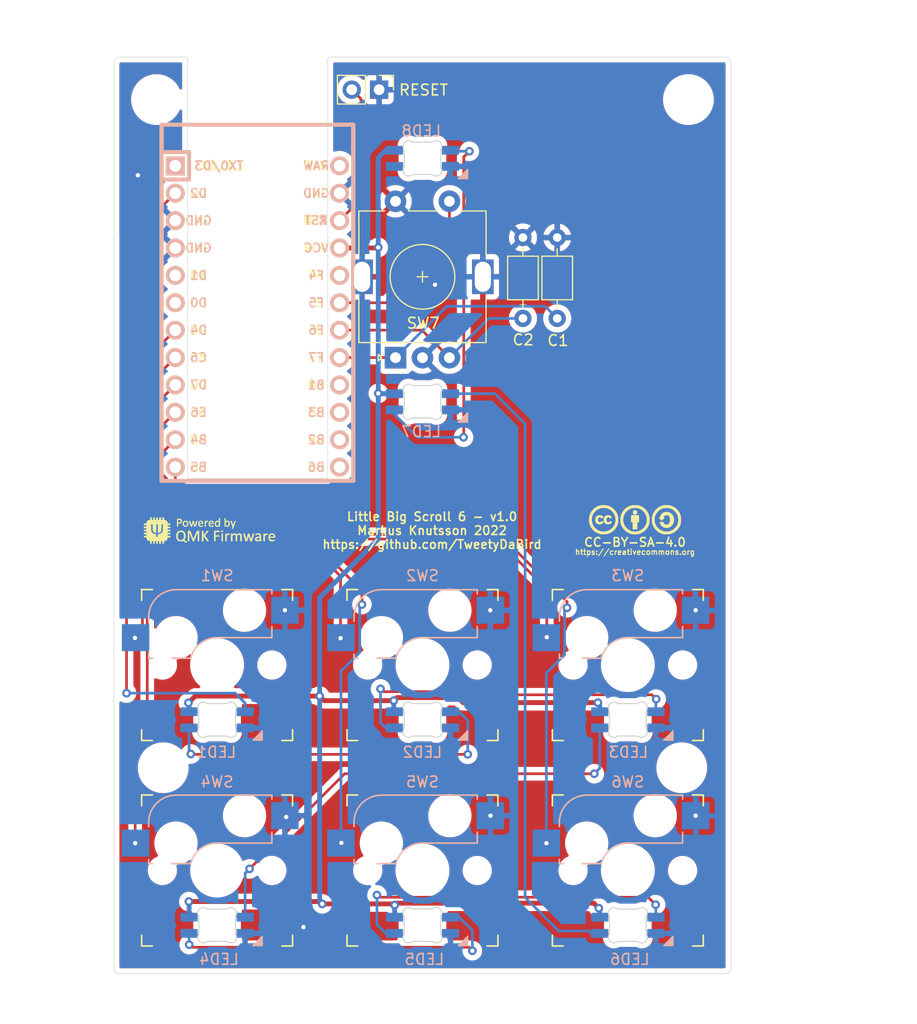
<source format=kicad_pcb>
(kicad_pcb (version 20211014) (generator pcbnew)
  (title_block (title "Little Big Scroll 6") (date "2022-01-28") (rev "v1.0") (company "Tweety's Wild Thinking") (comment 1 "Markus Knutsson <markus.knutsson@tweety.se>") (comment 2 "https://github.com/TweetyDaBird") (comment 3 "Licensed under Creative Commons BY-SA 4.0 International "))
  (layers (0 "F.Cu" signal) (31 "B.Cu" signal) (34 "B.Paste" user) (35 "F.Paste" user) (36 "B.SilkS" user "B.Silkscreen") (37 "F.SilkS" user "F.Silkscreen") (38 "B.Mask" user) (39 "F.Mask" user) (44 "Edge.Cuts" user))
  (net 0 "")
  (net 1 "EncB")
  (net 2 "GND")
  (net 3 "VCC")
  (net 4 "EncA")
  (net 5 "RGB")
  (net 6 "Net-(LED1-Pad2)")
  (net 7 "Net-(LED2-Pad2)")
  (net 8 "Net-(LED3-Pad2)")
  (net 9 "Net-(LED4-Pad2)")
  (net 10 "Net-(LED5-Pad2)")
  (net 11 "Net-(LED6-Pad2)")
  (net 12 "Net-(LED7-Pad2)")
  (net 13 "Key1")
  (net 14 "Key2")
  (net 15 "Key3")
  (net 16 "Key4")
  (net 17 "Key5")
  (net 18 "Key6")
  (net 19 "EncKey")
  (net 30 "Net-(J1-Pad2)")
  (footprint "Keebio-Parts:ArduinoProMicro" (layer "F.Cu") (at 94.96 70.84 -90)
    (fp_text reference "U1" hide)
    (fp_text value "ProMicro" hide)
  )
  (footprint "keyswitches:Kailh_socket_MX_RGB" (layer "F.Cu") (at 91.22 103.16)
    (fp_text reference "SW1")
    (fp_text value "SW_Push" hide)
  )
  (footprint "keyswitches:Kailh_socket_MX_RGB" (layer "F.Cu") (at 110.27 103.16)
    (fp_text reference "SW2")
    (fp_text value "SW_Push" hide)
  )
  (footprint "keyswitches:Kailh_socket_MX_RGB" (layer "F.Cu") (at 129.32 103.16)
    (fp_text reference "SW3")
    (fp_text value "SW_Push" hide)
  )
  (footprint "keyswitches:Kailh_socket_MX_RGB" (layer "F.Cu") (at 91.22 122.21)
    (fp_text reference "SW4")
    (fp_text value "SW_Push" hide)
  )
  (footprint "keyswitches:Kailh_socket_MX_RGB" (layer "F.Cu") (at 110.27 122.21)
    (fp_text reference "SW5")
    (fp_text value "SW_Push" hide)
  )
  (footprint "keyswitches:Kailh_socket_MX_RGB" (layer "F.Cu") (at 129.32 122.21)
    (fp_text reference "SW6")
    (fp_text value "SW_Push" hide)
  )
  (footprint "Keyboard Library:RotaryEncoder_Alps_EC11E-Switch_Vertical_H20mm" (layer "F.Cu") (at 110.27 67.16 90)
    (fp_text reference "SW7")
    (fp_text value "Rotary_Encoder_Switch")
  )
  (footprint "kicad-keyboard-parts:MX_SK6812MINI-E" (layer "F.Cu") (at 91.22 103.16)
    (fp_text reference "LED1")
    (fp_text value "SK6812MINI-E")
    (fp_line (start -1.699999 5.782841) (end -1.699999 4.377157) (layer "Edge.Cuts") (width 0.1))
    (fp_line (start -0.794452 3.58) (end 0.794453 3.58) (layer "Edge.Cuts") (width 0.1))
    (fp_line (start 0.794452 6.579999) (end -0.794452 6.579999) (layer "Edge.Cuts") (width 0.1))
    (fp_line (start 1.699999 4.377157) (end 1.699999 5.782841) (layer "Edge.Cuts") (width 0.1))
    (fp_arc (start 1.699999 4.377156) (mid 1.712527 4.265931) (end 1.749484 4.160279) (layer "Edge.Cuts") (width 0.1))
    (fp_arc (start 1.749484 5.999718) (mid 1.638072 6.584034) (end 1.046711 6.648298) (layer "Edge.Cuts") (width 0.1))
    (fp_arc (start -1.749484 4.160279) (mid -1.712527 4.265931) (end -1.699999 4.377157) (layer "Edge.Cuts") (width 0.1))
    (fp_arc (start -1.04671 6.648298) (mid -0.925122 6.597376) (end -0.794452 6.579999) (layer "Edge.Cuts") (width 0.1))
    (fp_arc (start 1.046711 3.511701) (mid 0.925123 3.562623) (end 0.794453 3.58) (layer "Edge.Cuts") (width 0.1))
    (fp_arc (start -1.046711 6.648296) (mid -1.63807 6.584033) (end -1.749484 5.999719) (layer "Edge.Cuts") (width 0.1))
    (fp_arc (start 1.046711 3.511701) (mid 1.638071 3.575965) (end 1.749484 4.160279) (layer "Edge.Cuts") (width 0.1))
    (fp_arc (start -0.794453 3.579999) (mid -0.925123 3.562622) (end -1.046711 3.5117) (layer "Edge.Cuts") (width 0.1))
    (fp_arc (start 1.749484 5.999719) (mid 1.712527 5.894067) (end 1.699999 5.782841) (layer "Edge.Cuts") (width 0.1))
    (fp_arc (start -1.749484 4.160279) (mid -1.638071 3.575964) (end -1.046711 3.5117) (layer "Edge.Cuts") (width 0.1))
    (fp_arc (start -1.699999 5.782842) (mid -1.712527 5.894067) (end -1.749484 5.999719) (layer "Edge.Cuts") (width 0.1))
    (fp_arc (start 0.794452 6.579999) (mid 0.925123 6.597376) (end 1.046711 6.648298) (layer "Edge.Cuts") (width 0.1))
  )
  (footprint "kicad-keyboard-parts:MX_SK6812MINI-E" (layer "F.Cu") (at 110.27 103.16)
    (fp_text reference "LED2")
    (fp_text value "SK6812MINI-E")
    (fp_line (start 1.699999 4.377157) (end 1.699999 5.782841) (layer "Edge.Cuts") (width 0.1))
    (fp_line (start 0.794452 6.579999) (end -0.794452 6.579999) (layer "Edge.Cuts") (width 0.1))
    (fp_line (start -0.794452 3.58) (end 0.794453 3.58) (layer "Edge.Cuts") (width 0.1))
    (fp_line (start -1.699999 5.782841) (end -1.699999 4.377157) (layer "Edge.Cuts") (width 0.1))
    (fp_arc (start 1.046711 3.511701) (mid 0.925123 3.562623) (end 0.794453 3.58) (layer "Edge.Cuts") (width 0.1))
    (fp_arc (start 1.749484 5.999718) (mid 1.638072 6.584034) (end 1.046711 6.648298) (layer "Edge.Cuts") (width 0.1))
    (fp_arc (start 0.794452 6.579999) (mid 0.925123 6.597376) (end 1.046711 6.648298) (layer "Edge.Cuts") (width 0.1))
    (fp_arc (start -0.794453 3.579999) (mid -0.925123 3.562622) (end -1.046711 3.5117) (layer "Edge.Cuts") (width 0.1))
    (fp_arc (start -1.749484 4.160279) (mid -1.712527 4.265931) (end -1.699999 4.377157) (layer "Edge.Cuts") (width 0.1))
    (fp_arc (start 1.699999 4.377156) (mid 1.712527 4.265931) (end 1.749484 4.160279) (layer "Edge.Cuts") (width 0.1))
    (fp_arc (start 1.749484 5.999719) (mid 1.712527 5.894067) (end 1.699999 5.782841) (layer "Edge.Cuts") (width 0.1))
    (fp_arc (start -1.04671 6.648298) (mid -0.925122 6.597376) (end -0.794452 6.579999) (layer "Edge.Cuts") (width 0.1))
    (fp_arc (start -1.046711 6.648296) (mid -1.63807 6.584033) (end -1.749484 5.999719) (layer "Edge.Cuts") (width 0.1))
    (fp_arc (start -1.699999 5.782842) (mid -1.712527 5.894067) (end -1.749484 5.999719) (layer "Edge.Cuts") (width 0.1))
    (fp_arc (start 1.046711 3.511701) (mid 1.638071 3.575965) (end 1.749484 4.160279) (layer "Edge.Cuts") (width 0.1))
    (fp_arc (start -1.749484 4.160279) (mid -1.638071 3.575964) (end -1.046711 3.5117) (layer "Edge.Cuts") (width 0.1))
  )
  (footprint "kicad-keyboard-parts:MX_SK6812MINI-E" (layer "F.Cu") (at 129.32 103.16)
    (fp_text reference "LED3")
    (fp_text value "SK6812MINI-E")
    (fp_line (start 0.794452 6.579999) (end -0.794452 6.579999) (layer "Edge.Cuts") (width 0.1))
    (fp_line (start -0.794452 3.58) (end 0.794453 3.58) (layer "Edge.Cuts") (width 0.1))
    (fp_line (start 1.699999 4.377157) (end 1.699999 5.782841) (layer "Edge.Cuts") (width 0.1))
    (fp_line (start -1.699999 5.782841) (end -1.699999 4.377157) (layer "Edge.Cuts") (width 0.1))
    (fp_arc (start -1.749484 4.160279) (mid -1.638071 3.575964) (end -1.046711 3.5117) (layer "Edge.Cuts") (width 0.1))
    (fp_arc (start -1.749484 4.160279) (mid -1.712527 4.265931) (end -1.699999 4.377157) (layer "Edge.Cuts") (width 0.1))
    (fp_arc (start -1.04671 6.648298) (mid -0.925122 6.597376) (end -0.794452 6.579999) (layer "Edge.Cuts") (width 0.1))
    (fp_arc (start 1.699999 4.377156) (mid 1.712527 4.265931) (end 1.749484 4.160279) (layer "Edge.Cuts") (width 0.1))
    (fp_arc (start 1.046711 3.511701) (mid 1.638071 3.575965) (end 1.749484 4.160279) (layer "Edge.Cuts") (width 0.1))
    (fp_arc (start 0.794452 6.579999) (mid 0.925123 6.597376) (end 1.046711 6.648298) (layer "Edge.Cuts") (width 0.1))
    (fp_arc (start 1.046711 3.511701) (mid 0.925123 3.562623) (end 0.794453 3.58) (layer "Edge.Cuts") (width 0.1))
    (fp_arc (start -1.699999 5.782842) (mid -1.712527 5.894067) (end -1.749484 5.999719) (layer "Edge.Cuts") (width 0.1))
    (fp_arc (start 1.749484 5.999718) (mid 1.638072 6.584034) (end 1.046711 6.648298) (layer "Edge.Cuts") (width 0.1))
    (fp_arc (start 1.749484 5.999719) (mid 1.712527 5.894067) (end 1.699999 5.782841) (layer "Edge.Cuts") (width 0.1))
    (fp_arc (start -0.794453 3.579999) (mid -0.925123 3.562622) (end -1.046711 3.5117) (layer "Edge.Cuts") (width 0.1))
    (fp_arc (start -1.046711 6.648296) (mid -1.63807 6.584033) (end -1.749484 5.999719) (layer "Edge.Cuts") (width 0.1))
  )
  (footprint "kicad-keyboard-parts:MX_SK6812MINI-E" (layer "F.Cu") (at 91.22 122.21)
    (fp_text reference "LED4")
    (fp_text value "SK6812MINI-E")
    (fp_line (start -0.794452 3.58) (end 0.794453 3.58) (layer "Edge.Cuts") (width 0.1))
    (fp_line (start -1.699999 5.782841) (end -1.699999 4.377157) (layer "Edge.Cuts") (width 0.1))
    (fp_line (start 1.699999 4.377157) (end 1.699999 5.782841) (layer "Edge.Cuts") (width 0.1))
    (fp_line (start 0.794452 6.579999) (end -0.794452 6.579999) (layer "Edge.Cuts") (width 0.1))
    (fp_arc (start 1.749484 5.999719) (mid 1.712527 5.894067) (end 1.699999 5.782841) (layer "Edge.Cuts") (width 0.1))
    (fp_arc (start -1.749484 4.160279) (mid -1.712527 4.265931) (end -1.699999 4.377157) (layer "Edge.Cuts") (width 0.1))
    (fp_arc (start -1.04671 6.648298) (mid -0.925122 6.597376) (end -0.794452 6.579999) (layer "Edge.Cuts") (width 0.1))
    (fp_arc (start 1.749484 5.999718) (mid 1.638072 6.584034) (end 1.046711 6.648298) (layer "Edge.Cuts") (width 0.1))
    (fp_arc (start -0.794453 3.579999) (mid -0.925123 3.562622) (end -1.046711 3.5117) (layer "Edge.Cuts") (width 0.1))
    (fp_arc (start 1.046711 3.511701) (mid 1.638071 3.575965) (end 1.749484 4.160279) (layer "Edge.Cuts") (width 0.1))
    (fp_arc (start 1.046711 3.511701) (mid 0.925123 3.562623) (end 0.794453 3.58) (layer "Edge.Cuts") (width 0.1))
    (fp_arc (start -1.699999 5.782842) (mid -1.712527 5.894067) (end -1.749484 5.999719) (layer "Edge.Cuts") (width 0.1))
    (fp_arc (start 0.794452 6.579999) (mid 0.925123 6.597376) (end 1.046711 6.648298) (layer "Edge.Cuts") (width 0.1))
    (fp_arc (start -1.749484 4.160279) (mid -1.638071 3.575964) (end -1.046711 3.5117) (layer "Edge.Cuts") (width 0.1))
    (fp_arc (start -1.046711 6.648296) (mid -1.63807 6.584033) (end -1.749484 5.999719) (layer "Edge.Cuts") (width 0.1))
    (fp_arc (start 1.699999 4.377156) (mid 1.712527 4.265931) (end 1.749484 4.160279) (layer "Edge.Cuts") (width 0.1))
  )
  (footprint "kicad-keyboard-parts:MX_SK6812MINI-E" (layer "F.Cu") (at 110.27 122.21)
    (fp_text reference "LED5")
    (fp_text value "SK6812MINI-E")
    (fp_line (start 1.699999 4.377157) (end 1.699999 5.782841) (layer "Edge.Cuts") (width 0.1))
    (fp_line (start 0.794452 6.579999) (end -0.794452 6.579999) (layer "Edge.Cuts") (width 0.1))
    (fp_line (start -0.794452 3.58) (end 0.794453 3.58) (layer "Edge.Cuts") (width 0.1))
    (fp_line (start -1.699999 5.782841) (end -1.699999 4.377157) (layer "Edge.Cuts") (width 0.1))
    (fp_arc (start 1.046711 3.511701) (mid 1.638071 3.575965) (end 1.749484 4.160279) (layer "Edge.Cuts") (width 0.1))
    (fp_arc (start 1.699999 4.377156) (mid 1.712527 4.265931) (end 1.749484 4.160279) (layer "Edge.Cuts") (width 0.1))
    (fp_arc (start -1.749484 4.160279) (mid -1.712527 4.265931) (end -1.699999 4.377157) (layer "Edge.Cuts") (width 0.1))
    (fp_arc (start -1.749484 4.160279) (mid -1.638071 3.575964) (end -1.046711 3.5117) (layer "Edge.Cuts") (width 0.1))
    (fp_arc (start 0.794452 6.579999) (mid 0.925123 6.597376) (end 1.046711 6.648298) (layer "Edge.Cuts") (width 0.1))
    (fp_arc (start -0.794453 3.579999) (mid -0.925123 3.562622) (end -1.046711 3.5117) (layer "Edge.Cuts") (width 0.1))
    (fp_arc (start 1.749484 5.999718) (mid 1.638072 6.584034) (end 1.046711 6.648298) (layer "Edge.Cuts") (width 0.1))
    (fp_arc (start 1.749484 5.999719) (mid 1.712527 5.894067) (end 1.699999 5.782841) (layer "Edge.Cuts") (width 0.1))
    (fp_arc (start -1.046711 6.648296) (mid -1.63807 6.584033) (end -1.749484 5.999719) (layer "Edge.Cuts") (width 0.1))
    (fp_arc (start 1.046711 3.511701) (mid 0.925123 3.562623) (end 0.794453 3.58) (layer "Edge.Cuts") (width 0.1))
    (fp_arc (start -1.04671 6.648298) (mid -0.925122 6.597376) (end -0.794452 6.579999) (layer "Edge.Cuts") (width 0.1))
    (fp_arc (start -1.699999 5.782842) (mid -1.712527 5.894067) (end -1.749484 5.999719) (layer "Edge.Cuts") (width 0.1))
  )
  (footprint "kicad-keyboard-parts:MX_SK6812MINI-E" (layer "F.Cu") (at 129.32 122.21)
    (fp_text reference "LED6")
    (fp_text value "SK6812MINI-E")
    (fp_line (start 1.699999 4.377157) (end 1.699999 5.782841) (layer "Edge.Cuts") (width 0.1))
    (fp_line (start -0.794452 3.58) (end 0.794453 3.58) (layer "Edge.Cuts") (width 0.1))
    (fp_line (start 0.794452 6.579999) (end -0.794452 6.579999) (layer "Edge.Cuts") (width 0.1))
    (fp_line (start -1.699999 5.782841) (end -1.699999 4.377157) (layer "Edge.Cuts") (width 0.1))
    (fp_arc (start -1.749484 4.160279) (mid -1.712527 4.265931) (end -1.699999 4.377157) (layer "Edge.Cuts") (width 0.1))
    (fp_arc (start 1.699999 4.377156) (mid 1.712527 4.265931) (end 1.749484 4.160279) (layer "Edge.Cuts") (width 0.1))
    (fp_arc (start -1.749484 4.160279) (mid -1.638071 3.575964) (end -1.046711 3.5117) (layer "Edge.Cuts") (width 0.1))
    (fp_arc (start -1.04671 6.648298) (mid -0.925122 6.597376) (end -0.794452 6.579999) (layer "Edge.Cuts") (width 0.1))
    (fp_arc (start 1.046711 3.511701) (mid 1.638071 3.575965) (end 1.749484 4.160279) (layer "Edge.Cuts") (width 0.1))
    (fp_arc (start 1.749484 5.999718) (mid 1.638072 6.584034) (end 1.046711 6.648298) (layer "Edge.Cuts") (width 0.1))
    (fp_arc (start 0.794452 6.579999) (mid 0.925123 6.597376) (end 1.046711 6.648298) (layer "Edge.Cuts") (width 0.1))
    (fp_arc (start 1.749484 5.999719) (mid 1.712527 5.894067) (end 1.699999 5.782841) (layer "Edge.Cuts") (width 0.1))
    (fp_arc (start -1.046711 6.648296) (mid -1.63807 6.584033) (end -1.749484 5.999719) (layer "Edge.Cuts") (width 0.1))
    (fp_arc (start 1.046711 3.511701) (mid 0.925123 3.562623) (end 0.794453 3.58) (layer "Edge.Cuts") (width 0.1))
    (fp_arc (start -1.699999 5.782842) (mid -1.712527 5.894067) (end -1.749484 5.999719) (layer "Edge.Cuts") (width 0.1))
    (fp_arc (start -0.794453 3.579999) (mid -0.925123 3.562622) (end -1.046711 3.5117) (layer "Edge.Cuts") (width 0.1))
  )
  (footprint "kicad-keyboard-parts:MX_SK6812MINI-E" (layer "F.Cu") (at 110.27 51.095)
    (fp_text reference "LED8")
    (fp_text value "SK6812MINI-E")
    (fp_line (start 1.699999 4.377157) (end 1.699999 5.782841) (layer "Edge.Cuts") (width 0.1))
    (fp_line (start -1.699999 5.782841) (end -1.699999 4.377157) (layer "Edge.Cuts") (width 0.1))
    (fp_line (start -0.794452 3.58) (end 0.794453 3.58) (layer "Edge.Cuts") (width 0.1))
    (fp_line (start 0.794452 6.579999) (end -0.794452 6.579999) (layer "Edge.Cuts") (width 0.1))
    (fp_arc (start 1.699999 4.377156) (mid 1.712527 4.265931) (end 1.749484 4.160279) (layer "Edge.Cuts") (width 0.1))
    (fp_arc (start -1.749484 4.160279) (mid -1.638071 3.575964) (end -1.046711 3.5117) (layer "Edge.Cuts") (width 0.1))
    (fp_arc (start -1.046711 6.648296) (mid -1.63807 6.584033) (end -1.749484 5.999719) (layer "Edge.Cuts") (width 0.1))
    (fp_arc (start 1.046711 3.511701) (mid 1.638071 3.575965) (end 1.749484 4.160279) (layer "Edge.Cuts") (width 0.1))
    (fp_arc (start 1.749484 5.999719) (mid 1.712527 5.894067) (end 1.699999 5.782841) (layer "Edge.Cuts") (width 0.1))
    (fp_arc (start 1.749484 5.999718) (mid 1.638072 6.584034) (end 1.046711 6.648298) (layer "Edge.Cuts") (width 0.1))
    (fp_arc (start -1.749484 4.160279) (mid -1.712527 4.265931) (end -1.699999 4.377157) (layer "Edge.Cuts") (width 0.1))
    (fp_arc (start -0.794453 3.579999) (mid -0.925123 3.562622) (end -1.046711 3.5117) (layer "Edge.Cuts") (width 0.1))
    (fp_arc (start 0.794452 6.579999) (mid 0.925123 6.597376) (end 1.046711 6.648298) (layer "Edge.Cuts") (width 0.1))
    (fp_arc (start -1.699999 5.782842) (mid -1.712527 5.894067) (end -1.749484 5.999719) (layer "Edge.Cuts") (width 0.1))
    (fp_arc (start -1.04671 6.648298) (mid -0.925122 6.597376) (end -0.794452 6.579999) (layer "Edge.Cuts") (width 0.1))
    (fp_arc (start 1.046711 3.511701) (mid 0.925123 3.562623) (end 0.794453 3.58) (layer "Edge.Cuts") (width 0.1))
  )
  (footprint "kicad-keyboard-parts:MX_SK6812MINI-E" (layer "F.Cu") (at 110.27 73.67)
    (fp_text reference "LED7")
    (fp_text value "SK6812MINI-E")
    (fp_line (start 0.794452 6.579999) (end -0.794452 6.579999) (layer "Edge.Cuts") (width 0.1))
    (fp_line (start -0.794452 3.58) (end 0.794453 3.58) (layer "Edge.Cuts") (width 0.1))
    (fp_line (start -1.699999 5.782841) (end -1.699999 4.377157) (layer "Edge.Cuts") (width 0.1))
    (fp_line (start 1.699999 4.377157) (end 1.699999 5.782841) (layer "Edge.Cuts") (width 0.1))
    (fp_arc (start -1.046711 6.648296) (mid -1.63807 6.584033) (end -1.749484 5.999719) (layer "Edge.Cuts") (width 0.1))
    (fp_arc (start -1.749484 4.160279) (mid -1.638071 3.575964) (end -1.046711 3.5117) (layer "Edge.Cuts") (width 0.1))
    (fp_arc (start -1.04671 6.648298) (mid -0.925122 6.597376) (end -0.794452 6.579999) (layer "Edge.Cuts") (width 0.1))
    (fp_arc (start 1.046711 3.511701) (mid 0.925123 3.562623) (end 0.794453 3.58) (layer "Edge.Cuts") (width 0.1))
    (fp_arc (start 0.794452 6.579999) (mid 0.925123 6.597376) (end 1.046711 6.648298) (layer "Edge.Cuts") (width 0.1))
    (fp_arc (start 1.046711 3.511701) (mid 1.638071 3.575965) (end 1.749484 4.160279) (layer "Edge.Cuts") (width 0.1))
    (fp_arc (start -1.749484 4.160279) (mid -1.712527 4.265931) (end -1.699999 4.377157) (layer "Edge.Cuts") (width 0.1))
    (fp_arc (start 1.699999 4.377156) (mid 1.712527 4.265931) (end 1.749484 4.160279) (layer "Edge.Cuts") (width 0.1))
    (fp_arc (start 1.749484 5.999719) (mid 1.712527 5.894067) (end 1.699999 5.782841) (layer "Edge.Cuts") (width 0.1))
    (fp_arc (start 1.749484 5.999718) (mid 1.638072 6.584034) (end 1.046711 6.648298) (layer "Edge.Cuts") (width 0.1))
    (fp_arc (start -1.699999 5.782842) (mid -1.712527 5.894067) (end -1.749484 5.999719) (layer "Edge.Cuts") (width 0.1))
    (fp_arc (start -0.794453 3.579999) (mid -0.925123 3.562622) (end -1.046711 3.5117) (layer "Edge.Cuts") (width 0.1))
  )
  (footprint "MountingHole:MountingHole_3.7mm" (layer "F.Cu") (at 86.22 112.685)
    (fp_text reference "H1" hide)
    (fp_text value "Hole_PCB_M2-Spacer")
  )
  (footprint "MountingHole:MountingHole_3.7mm" (layer "F.Cu") (at 134.32 112.685)
    (fp_text reference "H2" hide)
    (fp_text value "Hole_PCB_M2-Spacer")
  )
  (footprint "MountingHole:MountingHole_3.7mm" (layer "F.Cu") (at 134.94 50.73)
    (fp_text reference "H3" hide)
    (fp_text value "Hole_PCB_M2-Spacer")
  )
  (footprint "MountingHole:MountingHole_3.7mm" (layer "F.Cu") (at 85.6 50.73)
    (fp_text reference "H4" hide)
    (fp_text value "Hole_PCB_M2-Spacer")
  )
  (footprint "Capacitor_THT:C_Axial_L3.8mm_D2.6mm_P7.50mm_Horizontal" (layer "F.Cu") (at 119.59 63.52 -90)
    (fp_text reference "C2")
    (fp_text value "100nF")
  )
  (footprint "Capacitor_THT:C_Axial_L3.8mm_D2.6mm_P7.50mm_Horizontal" (layer "F.Cu") (at 122.77 71.02 90)
    (fp_text reference "C1")
    (fp_text value "100nF")
  )
  (footprint "Connector_PinHeader_2.54mm:PinHeader_1x02_P2.54mm_Vertical" (layer "F.Cu") (at 106.25 49.81 -90)
    (fp_text reference "J1" hide)
    (fp_text value "Conn_01x02")
  )
  (footprint "QMK Logo:Powered_by_QMK" (layer "F.Cu") (at 90.537262 90.674188)
    (fp_text reference "Logo1" hide)
    (fp_text value "QMK_Logo" hide)
  )
  (footprint "CC_Licensing:CC_BY_SA_40" (layer "F.Cu") (at 130.026958 90.616725)
    (fp_text reference "Lic1")
    (fp_text value "CC-BY-SA-4.0")
  )
  (gr_arc (start 82.15 131.78) (mid 81.796447 131.633553) (end 81.65 131.28) (layer "Edge.Cuts") (width 0.05))
  (gr_arc (start 138.39 46.78) (mid 138.743553 46.926447) (end 138.89 47.28) (layer "Edge.Cuts") (width 0.05))
  (gr_arc (start 101.485 47.03) (mid 101.558223 46.853223) (end 101.735 46.78) (layer "Edge.Cuts") (width 0.05))
  (gr_arc (start 88.235 46.78) (mid 88.411777 46.853223) (end 88.485 47.03) (layer "Edge.Cuts") (width 0.05))
  (gr_arc (start 81.65 47.28) (mid 81.796447 46.926447) (end 82.15 46.78) (layer "Edge.Cuts") (width 0.05))
  (gr_line (start 101.485 85.85) (end 101.485 47.03) (layer "Edge.Cuts") (width 0.05))
  (gr_line (start 138.89 47.28) (end 138.89 131.28) (layer "Edge.Cuts") (width 0.05))
  (gr_line (start 101.735 46.78) (end 138.39 46.78) (layer "Edge.Cuts") (width 0.05))
  (gr_line (start 81.65 131.28) (end 81.65 47.28) (layer "Edge.Cuts") (width 0.05))
  (gr_arc (start 138.89 131.28) (mid 138.743553 131.633553) (end 138.39 131.78) (layer "Edge.Cuts") (width 0.05))
  (gr_line (start 88.485 47.03) (end 88.485 85.85) (layer "Edge.Cuts") (width 0.05))
  (gr_line (start 88.485 85.85) (end 101.485 85.85) (layer "Edge.Cuts") (width 0.05))
  (gr_line (start 82.15 46.78) (end 88.235 46.78) (layer "Edge.Cuts") (width 0.05))
  (gr_line (start 138.39 131.78) (end 82.15 131.78) (layer "Edge.Cuts") (width 0.05))
  (gr_text "Little Big Scroll 6 - v1.0\nMarkus Knutsson 2022\nhttps://github.com/TweetyDaBird" (at 111.16 90.69) (layer "F.SilkS") (effects (font (size 0.8 0.8))))
  (segment (start 102.58 72.11) (end 110.22 72.11) (width 0.25) (layer "F.Cu") (net 1))
  (segment (start 110.22 72.11) (end 112.77 74.66) (width 0.25) (layer "F.Cu") (net 1))
  (segment (start 116.41 71.02) (end 119.59 71.02) (width 0.25) (layer "B.Cu") (net 1))
  (segment (start 112.77 74.66) (end 116.41 71.02) (width 0.25) (layer "B.Cu") (net 1))
  (via (at 99.23 127.46) (size 0.8) (drill 0.4) (layers "F.Cu" "B.Cu") (net 2))
  (via (at 83.87 57.75) (size 0.8) (drill 0.4) (layers "F.Cu" "B.Cu") (net 2))
  (via (at 135.61 117.13) (size 0.8) (drill 0.4) (layers "F.Cu" "B.Cu") (net 2))
  (via (at 135.61 98.08) (size 0.8) (drill 0.4) (layers "F.Cu" "B.Cu") (net 2))
  (via (at 116.56 98.08) (size 0.8) (drill 0.4) (layers "F.Cu" "B.Cu") (net 2))
  (via (at 97.62766 117.24766) (size 0.8) (drill 0.4) (layers "F.Cu" "B.Cu") (net 2))
  (via (at 97.51 98.08) (size 0.8) (drill 0.4) (layers "F.Cu" "B.Cu") (net 2))
  (via (at 111.43 67.9) (size 0.8) (drill 0.4) (layers "F.Cu" "B.Cu") (net 2))
  (via (at 116.585 117.13) (size 0.8) (drill 0.4) (layers "F.Cu" "B.Cu") (net 2))
  (segment (start 107.61 106.46) (end 107.890489 106.179511) (width 0.45) (layer "F.Cu") (net 3))
  (segment (start 89.18501 106.04) (end 88.56 106.66501) (width 0.45) (layer "F.Cu") (net 3))
  (segment (start 107.864989 125.239511) (end 107.69 125.4145) (width 0.45) (layer "F.Cu") (net 3))
  (segment (start 102.58 64.49) (end 106.119998 64.49) (width 0.45) (layer "F.Cu") (net 3))
  (segment (start 107.5855 125.31) (end 107.69 125.4145) (width 0.45) (layer "F.Cu") (net 3))
  (segment (start 126.625264 125.705011) (end 126.159764 125.239511) (width 0.45) (layer "F.Cu") (net 3))
  (segment (start 107.890489 106.179511) (end 113.571679 106.179511) (width 0.45) (layer "F.Cu") (net 3))
  (segment (start 100.73 106.04) (end 89.18501 106.04) (width 0.45) (layer "F.Cu") (net 3))
  (segment (start 100.73 106.04) (end 101.15 106.46) (width 0.45) (layer "F.Cu") (net 3))
  (segment (start 101.15 106.46) (end 107.61 106.46) (width 0.45) (layer "F.Cu") (net 3))
  (segment (start 114.037179 106.645011) (end 126.541578 106.645011) (width 0.45) (layer "F.Cu") (net 3))
  (segment (start 100.969998 125.31) (end 107.5855 125.31) (width 0.45) (layer "F.Cu") (net 3))
  (segment (start 106.119998 64.49) (end 106.17 64.439998) (width 0.45) (layer "F.Cu") (net 3))
  (segment (start 113.571679 106.179511) (end 114.037179 106.645011) (width 0.45) (layer "F.Cu") (net 3))
  (segment (start 88.6 125.09) (end 100.36 125.09) (width 0.45) (layer "F.Cu") (net 3))
  (segment (start 126.159764 125.239511) (end 107.864989 125.239511) (width 0.45) (layer "F.Cu") (net 3))
  (segment (start 100.36 125.09) (end 100.749998 125.09) (width 0.45) (layer "F.Cu") (net 3))
  (segment (start 100.749998 125.09) (end 100.969998 125.31) (width 0.45) (layer "F.Cu") (net 3))
  (via (at 106.169998 77.97) (size 0.8) (drill 0.4) (layers "F.Cu" "B.Cu") (net 3))
  (via (at 88.6 125.09) (size 0.8) (drill 0.4) (layers "F.Cu" "B.Cu") (net 3))
  (via (at 100.969998 125.31) (size 0.8) (drill 0.4) (layers "F.Cu" "B.Cu") (net 3))
  (via (at 107.69 125.4145) (size 0.8) (drill 0.4) (layers "F.Cu" "B.Cu") (net 3))
  (via (at 100.73 106.04) (size 0.8) (drill 0.4) (layers "F.Cu" "B.Cu") (net 3))
  (via (at 107.61 106.46) (size 0.8) (drill 0.4) (layers "F.Cu" "B.Cu") (net 3))
  (via (at 126.541578 106.645011) (size 0.8) (drill 0.4) (layers "F.Cu" "B.Cu") (net 3))
  (via (at 106.17 64.439998) (size 0.8) (drill 0.4) (layers "F.Cu" "B.Cu") (net 3))
  (via (at 126.625264 125.705011) (size 0.8) (drill 0.4) (layers "F.Cu" "B.Cu") (net 3))
  (via (at 88.56 106.66501) (size 0.8) (drill 0.4) (layers "F.Cu" "B.Cu") (net 3))
  (segment (start 100.73 106.04) (end 100.73 125.070002) (width 0.45) (layer "B.Cu") (net 3))
  (segment (start 126.72 106.823433) (end 126.541578 106.645011) (width 0.45) (layer "B.Cu") (net 3))
  (segment (start 107.67 77.999999) (end 106.199997 77.999999) (width 0.45) (layer "B.Cu") (net 3))
  (segment (start 107.67 55.424999) (end 106.87 55.424999) (width 0.45) (layer "B.Cu") (net 3))
  (segment (start 88.62 126.539999) (end 88.62 125.11) (width 0.45) (layer "B.Cu") (net 3))
  (segment (start 88.62 106.72501) (end 88.56 106.66501) (width 0.45) (layer "B.Cu") (net 3))
  (segment (start 126.72 107.489999) (end 126.72 106.823433) (width 0.45) (layer "B.Cu") (net 3))
  (segment (start 126.72 125.799747) (end 126.625264 125.705011) (width 0.45) (layer "B.Cu") (net 3))
  (segment (start 106.17 64.439998) (end 106.17 77.969998) (width 0.45) (layer "B.Cu") (net 3))
  (segment (start 88.62 125.11) (end 88.6 125.09) (width 0.45) (layer "B.Cu") (net 3))
  (segment (start 106.87 55.424999) (end 106.17 56.124999) (width 0.45) (layer "B.Cu") (net 3))
  (segment (start 107.61 106.46) (end 107.61 107.429999) (width 0.45) (layer "B.Cu") (net 3))
  (segment (start 88.62 107.489999) (end 88.62 106.72501) (width 0.45) (layer "B.Cu") (net 3))
  (segment (start 126.72 126.539999) (end 126.72 125.799747) (width 0.45) (layer "B.Cu") (net 3))
  (segment (start 106.199997 77.999999) (end 106.169998 77.97) (width 0.45) (layer "B.Cu") (net 3))
  (segment (start 107.61 107.429999) (end 107.67 107.489999) (width 0.45) (layer "B.Cu") (net 3))
  (segment (start 100.73 96.92) (end 106.169998 91.480002) (width 0.45) (layer "B.Cu") (net 3))
  (segment (start 106.169998 91.480002) (end 106.169998 77.97) (width 0.45) (layer "B.Cu") (net 3))
  (segment (start 106.17 77.969998) (end 106.169998 77.97) (width 0.45) (layer "B.Cu") (net 3))
  (segment (start 100.73 125.070002) (end 100.969998 125.31) (width 0.45) (layer "B.Cu") (net 3))
  (segment (start 107.69 126.519999) (end 107.69 125.4145) (width 0.45) (layer "B.Cu") (net 3))
  (segment (start 100.73 106.04) (end 100.73 96.92) (width 0.45) (layer "B.Cu") (net 3))
  (segment (start 106.17 56.124999) (end 106.17 64.439998) (width 0.45) (layer "B.Cu") (net 3))
  (segment (start 107.67 126.539999) (end 107.69 126.519999) (width 0.45) (layer "B.Cu") (net 3))
  (segment (start 102.58 74.65) (end 107.76 74.65) (width 0.25) (layer "F.Cu") (net 4))
  (segment (start 107.76 74.65) (end 107.77 74.66) (width 0.25) (layer "F.Cu") (net 4))
  (segment (start 112.535001 69.894999) (end 121.644999 69.894999) (width 0.25) (layer "B.Cu") (net 4))
  (segment (start 107.77 74.66) (end 112.535001 69.894999) (width 0.25) (layer "B.Cu") (net 4))
  (segment (start 121.644999 69.894999) (end 122.77 71.02) (width 0.25) (layer "B.Cu") (net 4))
  (segment (start 82.820002 63.929998) (end 82.820002 105.77) (width 0.25) (layer "F.Cu") (net 5))
  (segment (start 87.34 59.41) (end 82.820002 63.929998) (width 0.25) (layer "F.Cu") (net 5))
  (via (at 82.820002 105.77) (size 0.8) (drill 0.4) (layers "F.Cu" "B.Cu") (net 5))
  (segment (start 93.82 107.489999) (end 93.82 106.69) (width 0.25) (layer "B.Cu") (net 5))
  (segment (start 93.82 106.69) (end 92.9 105.77) (width 0.25) (layer "B.Cu") (net 5))
  (segment (start 92.9 105.77) (end 82.820002 105.77) (width 0.25) (layer "B.Cu") (net 5))
  (segment (start 114.47 111.44) (end 88.81 111.44) (width 0.25) (layer "F.Cu") (net 6))
  (segment (start 88.81 111.44) (end 88.78 111.41) (width 0.25) (layer "F.Cu") (net 6))
  (via (at 88.78 111.41) (size 0.8) (drill 0.4) (layers "F.Cu" "B.Cu") (net 6))
  (via (at 114.47 111.44) (size 0.8) (drill 0.4) (layers "F.Cu" "B.Cu") (net 6))
  (segment (start 88.62 108.989999) (end 88.62 111.25) (width 0.25) (layer "B.Cu") (net 6))
  (segment (start 88.62 111.25) (end 88.78 111.41) (width 0.25) (layer "B.Cu") (net 6))
  (segment (start 112.87 107.489999) (end 113.67 107.489999) (width 0.25) (layer "B.Cu") (net 6))
  (segment (start 113.67 107.489999) (end 114.47 108.289999) (width 0.25) (layer "B.Cu") (net 6))
  (segment (start 114.47 108.289999) (end 114.47 111.44) (width 0.25) (layer "B.Cu") (net 6))
  (segment (start 131.95 106.32) (end 131.550001 105.920001) (width 0.25) (layer "F.Cu") (net 7))
  (segment (start 131.550001 105.920001) (end 114.090001 105.920001) (width 0.25) (layer "F.Cu") (net 7))
  (segment (start 114.090001 105.920001) (end 113.8 105.63) (width 0.25) (layer "F.Cu") (net 7))
  (segment (start 113.8 105.63) (end 106.64 105.63) (width 0.25) (layer "F.Cu") (net 7))
  (segment (start 106.64 105.63) (end 106.38 105.37) (width 0.25) (layer "F.Cu") (net 7))
  (via (at 106.38 105.37) (size 0.8) (drill 0.4) (layers "F.Cu" "B.Cu") (net 7))
  (via (at 131.95 106.32) (size 0.8) (drill 0.4) (layers "F.Cu" "B.Cu") (net 7))
  (segment (start 106.38 105.37) (end 106.38 108.499999) (width 0.25) (layer "B.Cu") (net 7))
  (segment (start 106.87 108.989999) (end 107.67 108.989999) (width 0.25) (layer "B.Cu") (net 7))
  (segment (start 131.92 106.35) (end 131.95 106.32) (width 0.25) (layer "B.Cu") (net 7))
  (segment (start 106.38 108.499999) (end 106.87 108.989999) (width 0.25) (layer "B.Cu") (net 7))
  (segment (start 131.92 107.489999) (end 131.92 106.35) (width 0.25) (layer "B.Cu") (net 7))
  (segment (start 103.05 113.24) (end 94.23 122.06) (width 0.25) (layer "F.Cu") (net 8))
  (segment (start 126.21 113.24) (end 103.05 113.24) (width 0.25) (layer "F.Cu") (net 8))
  (via (at 126.21 113.24) (size 0.8) (drill 0.4) (layers "F.Cu" "B.Cu") (net 8))
  (via (at 94.23 122.06) (size 0.8) (drill 0.4) (layers "F.Cu" "B.Cu") (net 8))
  (segment (start 93.82 126.539999) (end 93.82 122.47) (width 0.25) (layer "B.Cu") (net 8))
  (segment (start 126.72 108.989999) (end 126.72 112.73) (width 0.25) (layer "B.Cu") (net 8))
  (segment (start 126.72 112.73) (end 126.21 113.24) (width 0.25) (layer "B.Cu") (net 8))
  (segment (start 93.82 122.47) (end 94.23 122.06) (width 0.25) (layer "B.Cu") (net 8))
  (segment (start 114.9 129.65499) (end 114.57501 129.33) (width 0.25) (layer "F.Cu") (net 9))
  (segment (start 114.57501 129.33) (end 88.87 129.33) (width 0.25) (layer "F.Cu") (net 9))
  (segment (start 88.87 129.33) (end 88.63 129.09) (width 0.25) (layer "F.Cu") (net 9))
  (via (at 88.63 129.09) (size 0.8) (drill 0.4) (layers "F.Cu" "B.Cu") (net 9))
  (via (at 114.9 129.65499) (size 0.8) (drill 0.4) (layers "F.Cu" "B.Cu") (net 9))
  (segment (start 112.87 126.539999) (end 113.67 126.539999) (width 0.25) (layer "B.Cu") (net 9))
  (segment (start 114.9 127.769999) (end 114.9 129.65499) (width 0.25) (layer "B.Cu") (net 9))
  (segment (start 88.62 129.08) (end 88.63 129.09) (width 0.25) (layer "B.Cu") (net 9))
  (segment (start 113.67 126.539999) (end 114.9 127.769999) (width 0.25) (layer "B.Cu") (net 9))
  (segment (start 88.62 128.039999) (end 88.62 129.08) (width 0.25) (layer "B.Cu") (net 9))
  (segment (start 131.21 124.69) (end 106.25501 124.69) (width 0.25) (layer "F.Cu") (net 10))
  (segment (start 131.9 125.38) (end 131.21 124.69) (width 0.25) (layer "F.Cu") (net 10))
  (segment (start 106.25501 124.69) (end 106.05 124.48499) (width 0.25) (layer "F.Cu") (net 10))
  (via (at 131.9 125.38) (size 0.8) (drill 0.4) (layers "F.Cu" "B.Cu") (net 10))
  (via (at 106.05 124.48499) (size 0.8) (drill 0.4) (layers "F.Cu" "B.Cu") (net 10))
  (segment (start 131.92 126.539999) (end 131.92 125.4) (width 0.25) (layer "B.Cu") (net 10))
  (segment (start 107.67 128.039999) (end 106.87 128.039999) (width 0.25) (layer "B.Cu") (net 10))
  (segment (start 106.05 127.219999) (end 106.05 124.48499) (width 0.25) (layer "B.Cu") (net 10))
  (segment (start 106.87 128.039999) (end 106.05 127.219999) (width 0.25) (layer "B.Cu") (net 10))
  (segment (start 131.92 125.4) (end 131.9 125.38) (width 0.25) (layer "B.Cu") (net 10))
  (segment (start 119.79 80.8) (end 116.989999 77.999999) (width 0.25) (layer "B.Cu") (net 11))
  (segment (start 119.79 124.71) (end 119.79 80.8) (width 0.25) (layer "B.Cu") (net 11))
  (segment (start 126.72 128.039999) (end 125.92 128.039999) (width 0.25) (layer "B.Cu") (net 11))
  (segment (start 116.989999 77.999999) (end 112.87 77.999999) (width 0.25) (layer "B.Cu") (net 11))
  (segment (start 125.700001 127.82) (end 122.9 127.82) (width 0.25) (layer "B.Cu") (net 11))
  (segment (start 122.9 127.82) (end 119.79 124.71) (width 0.25) (layer "B.Cu") (net 11))
  (segment (start 125.92 128.039999) (end 125.700001 127.82) (width 0.25) (layer "B.Cu") (net 11))
  (segment (start 114.62 55.52) (end 114.1 56.04) (width 0.25) (layer "F.Cu") (net 12))
  (segment (start 114.1 82.02) (end 114.08 82.04) (width 0.25) (layer "F.Cu") (net 12))
  (segment (start 114.1 56.04) (end 114.1 82.02) (width 0.25) (layer "F.Cu") (net 12))
  (via (at 114.62 55.52) (size 0.8) (drill 0.4) (layers "F.Cu" "B.Cu") (net 12))
  (via (at 114.08 82.04) (size 0.8) (drill 0.4) (layers "F.Cu" "B.Cu") (net 12))
  (segment (start 107.67 79.909999) (end 109.800001 82.04) (width 0.25) (layer "B.Cu") (net 12))
  (segment (start 112.965001 55.52) (end 112.87 55.424999) (width 0.25) (layer "B.Cu") (net 12))
  (segment (start 107.67 79.499999) (end 107.67 79.909999) (width 0.25) (layer "B.Cu") (net 12))
  (segment (start 109.800001 82.04) (end 114.08 82.04) (width 0.25) (layer "B.Cu") (net 12))
  (segment (start 114.62 55.52) (end 112.965001 55.52) (width 0.25) (layer "B.Cu") (net 12))
  (segment (start 83.6 100.65) (end 84.290011 99.959989) (width 0.25) (layer "F.Cu") (net 13))
  (segment (start 84.290011 75.159989) (end 87.34 72.11) (width 0.25) (layer "F.Cu") (net 13))
  (segment (start 84.290011 99.959989) (end 84.290011 75.159989) (width 0.25) (layer "F.Cu") (net 13))
  (via (at 83.6 100.65) (size 0.8) (drill 0.4) (layers "F.Cu" "B.Cu") (net 13))
  (segment (start 85.190033 85.808541) (end 91.76147 92.379978) (width 0.25) (layer "F.Cu") (net 14))
  (segment (start 91.76147 92.379978) (end 100.130022 92.379978) (width 0.25) (layer "F.Cu") (net 14))
  (segment (start 102.67 94.919956) (end 100.130022 92.379978) (width 0.25) (layer "F.Cu") (net 14))
  (segment (start 85.190033 79.339967) (end 85.190033 85.808541) (width 0.25) (layer "F.Cu") (net 14))
  (segment (start 87.34 77.19) (end 85.190033 79.339967) (width 0.25) (layer "F.Cu") (net 14))
  (segment (start 102.67 100.67) (end 102.67 94.919956) (width 0.25) (layer "F.Cu") (net 14))
  (via (at 102.67 100.67) (size 0.8) (drill 0.4) (layers "F.Cu" "B.Cu") (net 14))
  (segment (start 86.090055 83.519945) (end 86.090055 85.43574) (width 0.25) (layer "F.Cu") (net 15))
  (segment (start 92.13427 91.479956) (end 117.149956 91.479956) (width 0.25) (layer "F.Cu") (net 15))
  (segment (start 117.149956 91.479956) (end 121.8 96.13) (width 0.25) (layer "F.Cu") (net 15))
  (segment (start 86.090055 85.43574) (end 92.13427 91.479956) (width 0.25) (layer "F.Cu") (net 15))
  (segment (start 121.8 96.13) (end 121.8 100.58) (width 0.25) (layer "F.Cu") (net 15))
  (segment (start 87.34 82.27) (end 86.090055 83.519945) (width 0.25) (layer "F.Cu") (net 15))
  (via (at 121.8 100.58) (size 0.8) (drill 0.4) (layers "F.Cu" "B.Cu") (net 15))
  (segment (start 87.34 74.65) (end 84.740022 77.249978) (width 0.25) (layer "F.Cu") (net 16))
  (segment (start 83.62 119.114315) (end 83.62 119.68) (width 0.25) (layer "F.Cu") (net 16))
  (segment (start 84.740022 109.639978) (end 83.62 110.76) (width 0.25) (layer "F.Cu") (net 16))
  (segment (start 83.62 110.76) (end 83.62 119.114315) (width 0.25) (layer "F.Cu") (net 16))
  (segment (start 84.740022 77.249978) (end 84.740022 109.639978) (width 0.25) (layer "F.Cu") (net 16))
  (via (at 83.62 119.68) (size 0.8) (drill 0.4) (layers "F.Cu" "B.Cu") (net 16))
  (segment (start 100.325652 91.929967) (end 104.65 96.254315) (width 0.25) (layer "F.Cu") (net 17))
  (segment (start 91.94787 91.929967) (end 100.325652 91.929967) (width 0.25) (layer "F.Cu") (net 17))
  (segment (start 104.65 96.254315) (end 104.65 97.55) (width 0.25) (layer "F.Cu") (net 17))
  (segment (start 85.640044 85.622139) (end 91.94787 91.929967) (width 0.25) (layer "F.Cu") (net 17))
  (segment (start 87.34 79.73) (end 85.640044 81.429956) (width 0.25) (layer "F.Cu") (net 17))
  (segment (start 85.640044 81.429956) (end 85.640044 85.622139) (width 0.25) (layer "F.Cu") (net 17))
  (via (at 102.75 119.65) (size 0.8) (drill 0.4) (layers "F.Cu" "B.Cu") (net 17))
  (via (at 104.65 97.55) (size 0.8) (drill 0.4) (layers "F.Cu" "B.Cu") (net 17))
  (segment (start 102.71 103.730002) (end 104.45 101.990002) (width 0.25) (layer "B.Cu") (net 17))
  (segment (start 104.45 97.75) (end 104.65 97.55) (width 0.25) (layer "B.Cu") (net 17))
  (segment (start 102.71 119.67) (end 102.71 103.730002) (width 0.25) (layer "B.Cu") (net 17))
  (segment (start 104.45 101.990002) (end 104.45 97.75) (width 0.25) (layer "B.Cu") (net 17))
  (segment (start 87.34 86.049275) (end 92.32067 91.029945) (width 0.25) (layer "F.Cu") (net 18))
  (segment (start 92.32067 91.029945) (end 117.42563 91.029945) (width 0.25) (layer "F.Cu") (net 18))
  (segment (start 87.34 84.81) (end 87.34 86.049275) (width 0.25) (layer "F.Cu") (net 18))
  (segment (start 123.68 97.284315) (end 123.68 97.85) (width 0.25) (layer "F.Cu") (net 18))
  (segment (start 117.42563 91.029945) (end 123.68 97.284315) (width 0.25) (layer "F.Cu") (net 18))
  (via (at 123.68 97.85) (size 0.8) (drill 0.4) (layers "F.Cu" "B.Cu") (net 18))
  (via (at 121.77 119.68) (size 0.8) (drill 0.4) (layers "F.Cu" "B.Cu") (net 18))
  (segment (start 121.76 119.67) (end 121.76 103.899666) (width 0.25) (layer "B.Cu") (net 18))
  (segment (start 121.76 103.899666) (end 123.45 102.209666) (width 0.25) (layer "B.Cu") (net 18))
  (segment (start 123.45 102.209666) (end 123.45 98.08) (width 0.25) (layer "B.Cu") (net 18))
  (segment (start 123.45 98.08) (end 123.68 97.85) (width 0.25) (layer "B.Cu") (net 18))
  (segment (start 112.77 63.69) (end 112.77 60.16) (width 0.25) (layer "F.Cu") (net 19))
  (segment (start 102.58 69.57) (end 106.89 69.57) (width 0.25) (layer "F.Cu") (net 19))
  (segment (start 106.89 69.57) (end 112.77 63.69) (width 0.25) (layer "F.Cu") (net 19))
  (segment (start 103.71 49.81) (end 104.56 50.66) (width 0.25) (layer "F.Cu") (net 30))
  (segment (start 104.56 59.97) (end 102.58 61.95) (width 0.25) (layer "F.Cu") (net 30))
  (segment (start 104.56 50.66) (end 104.56 59.97) (width 0.25) (layer "F.Cu") (net 30))
  (zone (net 2) (net_name "GND") (layer "F.Cu") (connect_pads (clearance 0.508)) (min_thickness 0.254) (fill yes (thermal_gap 0.508) (thermal_bridge_width 0.508))
    (polygon (pts (xy 156.15 136.45) (xy 71.08 136.45) (xy 71.08 41.92) (xy 156.15 41.92)))
  )
  (zone (net 2) (net_name "GND") (layer "B.Cu") (connect_pads (clearance 0.508)) (min_thickness 0.254) (fill yes (thermal_gap 0.508) (thermal_bridge_width 0.508))
    (polygon (pts (xy 156.15 136.45) (xy 71.08 136.45) (xy 71.08 41.92) (xy 156.15 41.92)))
  )
)
</source>
